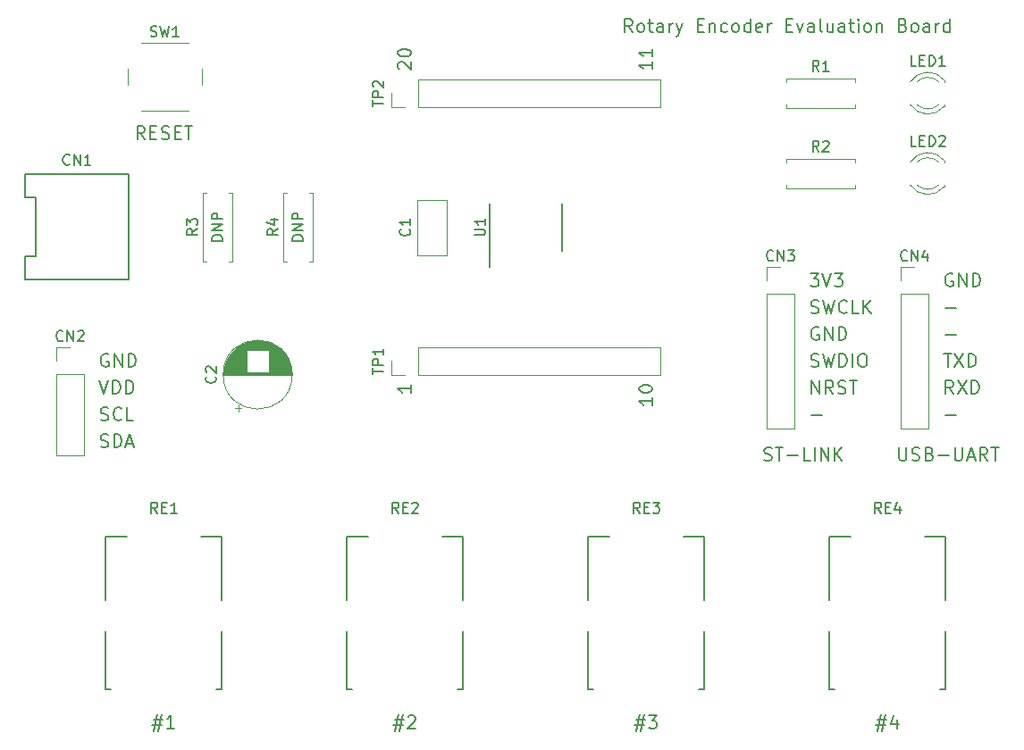
<source format=gto>
G04 #@! TF.GenerationSoftware,KiCad,Pcbnew,(5.0.2)-1*
G04 #@! TF.CreationDate,2022-01-15T23:06:10+09:00*
G04 #@! TF.ProjectId,Valve,56616c76-652e-46b6-9963-61645f706362,rev?*
G04 #@! TF.SameCoordinates,Original*
G04 #@! TF.FileFunction,Legend,Top*
G04 #@! TF.FilePolarity,Positive*
%FSLAX46Y46*%
G04 Gerber Fmt 4.6, Leading zero omitted, Abs format (unit mm)*
G04 Created by KiCad (PCBNEW (5.0.2)-1) date 2022/01/15 23:06:10*
%MOMM*%
%LPD*%
G01*
G04 APERTURE LIST*
%ADD10C,0.200000*%
%ADD11C,0.150000*%
%ADD12C,0.120000*%
%ADD13C,0.127000*%
G04 APERTURE END LIST*
D10*
X130742380Y-50095476D02*
X130325714Y-49500238D01*
X130028095Y-50095476D02*
X130028095Y-48845476D01*
X130504285Y-48845476D01*
X130623333Y-48905000D01*
X130682857Y-48964523D01*
X130742380Y-49083571D01*
X130742380Y-49262142D01*
X130682857Y-49381190D01*
X130623333Y-49440714D01*
X130504285Y-49500238D01*
X130028095Y-49500238D01*
X131456666Y-50095476D02*
X131337619Y-50035952D01*
X131278095Y-49976428D01*
X131218571Y-49857380D01*
X131218571Y-49500238D01*
X131278095Y-49381190D01*
X131337619Y-49321666D01*
X131456666Y-49262142D01*
X131635238Y-49262142D01*
X131754285Y-49321666D01*
X131813809Y-49381190D01*
X131873333Y-49500238D01*
X131873333Y-49857380D01*
X131813809Y-49976428D01*
X131754285Y-50035952D01*
X131635238Y-50095476D01*
X131456666Y-50095476D01*
X132230476Y-49262142D02*
X132706666Y-49262142D01*
X132409047Y-48845476D02*
X132409047Y-49916904D01*
X132468571Y-50035952D01*
X132587619Y-50095476D01*
X132706666Y-50095476D01*
X133659047Y-50095476D02*
X133659047Y-49440714D01*
X133599523Y-49321666D01*
X133480476Y-49262142D01*
X133242380Y-49262142D01*
X133123333Y-49321666D01*
X133659047Y-50035952D02*
X133539999Y-50095476D01*
X133242380Y-50095476D01*
X133123333Y-50035952D01*
X133063809Y-49916904D01*
X133063809Y-49797857D01*
X133123333Y-49678809D01*
X133242380Y-49619285D01*
X133539999Y-49619285D01*
X133659047Y-49559761D01*
X134254285Y-50095476D02*
X134254285Y-49262142D01*
X134254285Y-49500238D02*
X134313809Y-49381190D01*
X134373333Y-49321666D01*
X134492380Y-49262142D01*
X134611428Y-49262142D01*
X134909047Y-49262142D02*
X135206666Y-50095476D01*
X135504285Y-49262142D02*
X135206666Y-50095476D01*
X135087619Y-50393095D01*
X135028095Y-50452619D01*
X134909047Y-50512142D01*
X136932857Y-49440714D02*
X137349523Y-49440714D01*
X137528095Y-50095476D02*
X136932857Y-50095476D01*
X136932857Y-48845476D01*
X137528095Y-48845476D01*
X138063809Y-49262142D02*
X138063809Y-50095476D01*
X138063809Y-49381190D02*
X138123333Y-49321666D01*
X138242380Y-49262142D01*
X138420952Y-49262142D01*
X138540000Y-49321666D01*
X138599523Y-49440714D01*
X138599523Y-50095476D01*
X139730476Y-50035952D02*
X139611428Y-50095476D01*
X139373333Y-50095476D01*
X139254285Y-50035952D01*
X139194761Y-49976428D01*
X139135238Y-49857380D01*
X139135238Y-49500238D01*
X139194761Y-49381190D01*
X139254285Y-49321666D01*
X139373333Y-49262142D01*
X139611428Y-49262142D01*
X139730476Y-49321666D01*
X140444761Y-50095476D02*
X140325714Y-50035952D01*
X140266190Y-49976428D01*
X140206666Y-49857380D01*
X140206666Y-49500238D01*
X140266190Y-49381190D01*
X140325714Y-49321666D01*
X140444761Y-49262142D01*
X140623333Y-49262142D01*
X140742380Y-49321666D01*
X140801904Y-49381190D01*
X140861428Y-49500238D01*
X140861428Y-49857380D01*
X140801904Y-49976428D01*
X140742380Y-50035952D01*
X140623333Y-50095476D01*
X140444761Y-50095476D01*
X141932857Y-50095476D02*
X141932857Y-48845476D01*
X141932857Y-50035952D02*
X141813809Y-50095476D01*
X141575714Y-50095476D01*
X141456666Y-50035952D01*
X141397142Y-49976428D01*
X141337619Y-49857380D01*
X141337619Y-49500238D01*
X141397142Y-49381190D01*
X141456666Y-49321666D01*
X141575714Y-49262142D01*
X141813809Y-49262142D01*
X141932857Y-49321666D01*
X143004285Y-50035952D02*
X142885238Y-50095476D01*
X142647142Y-50095476D01*
X142528095Y-50035952D01*
X142468571Y-49916904D01*
X142468571Y-49440714D01*
X142528095Y-49321666D01*
X142647142Y-49262142D01*
X142885238Y-49262142D01*
X143004285Y-49321666D01*
X143063809Y-49440714D01*
X143063809Y-49559761D01*
X142468571Y-49678809D01*
X143599523Y-50095476D02*
X143599523Y-49262142D01*
X143599523Y-49500238D02*
X143659047Y-49381190D01*
X143718571Y-49321666D01*
X143837619Y-49262142D01*
X143956666Y-49262142D01*
X145325714Y-49440714D02*
X145742380Y-49440714D01*
X145920952Y-50095476D02*
X145325714Y-50095476D01*
X145325714Y-48845476D01*
X145920952Y-48845476D01*
X146337619Y-49262142D02*
X146635238Y-50095476D01*
X146932857Y-49262142D01*
X147944761Y-50095476D02*
X147944761Y-49440714D01*
X147885238Y-49321666D01*
X147766190Y-49262142D01*
X147528095Y-49262142D01*
X147409047Y-49321666D01*
X147944761Y-50035952D02*
X147825714Y-50095476D01*
X147528095Y-50095476D01*
X147409047Y-50035952D01*
X147349523Y-49916904D01*
X147349523Y-49797857D01*
X147409047Y-49678809D01*
X147528095Y-49619285D01*
X147825714Y-49619285D01*
X147944761Y-49559761D01*
X148718571Y-50095476D02*
X148599523Y-50035952D01*
X148540000Y-49916904D01*
X148540000Y-48845476D01*
X149730476Y-49262142D02*
X149730476Y-50095476D01*
X149194761Y-49262142D02*
X149194761Y-49916904D01*
X149254285Y-50035952D01*
X149373333Y-50095476D01*
X149551904Y-50095476D01*
X149670952Y-50035952D01*
X149730476Y-49976428D01*
X150861428Y-50095476D02*
X150861428Y-49440714D01*
X150801904Y-49321666D01*
X150682857Y-49262142D01*
X150444761Y-49262142D01*
X150325714Y-49321666D01*
X150861428Y-50035952D02*
X150742380Y-50095476D01*
X150444761Y-50095476D01*
X150325714Y-50035952D01*
X150266190Y-49916904D01*
X150266190Y-49797857D01*
X150325714Y-49678809D01*
X150444761Y-49619285D01*
X150742380Y-49619285D01*
X150861428Y-49559761D01*
X151278095Y-49262142D02*
X151754285Y-49262142D01*
X151456666Y-48845476D02*
X151456666Y-49916904D01*
X151516190Y-50035952D01*
X151635238Y-50095476D01*
X151754285Y-50095476D01*
X152170952Y-50095476D02*
X152170952Y-49262142D01*
X152170952Y-48845476D02*
X152111428Y-48905000D01*
X152170952Y-48964523D01*
X152230476Y-48905000D01*
X152170952Y-48845476D01*
X152170952Y-48964523D01*
X152944761Y-50095476D02*
X152825714Y-50035952D01*
X152766190Y-49976428D01*
X152706666Y-49857380D01*
X152706666Y-49500238D01*
X152766190Y-49381190D01*
X152825714Y-49321666D01*
X152944761Y-49262142D01*
X153123333Y-49262142D01*
X153242380Y-49321666D01*
X153301904Y-49381190D01*
X153361428Y-49500238D01*
X153361428Y-49857380D01*
X153301904Y-49976428D01*
X153242380Y-50035952D01*
X153123333Y-50095476D01*
X152944761Y-50095476D01*
X153897142Y-49262142D02*
X153897142Y-50095476D01*
X153897142Y-49381190D02*
X153956666Y-49321666D01*
X154075714Y-49262142D01*
X154254285Y-49262142D01*
X154373333Y-49321666D01*
X154432857Y-49440714D01*
X154432857Y-50095476D01*
X156397142Y-49440714D02*
X156575714Y-49500238D01*
X156635238Y-49559761D01*
X156694761Y-49678809D01*
X156694761Y-49857380D01*
X156635238Y-49976428D01*
X156575714Y-50035952D01*
X156456666Y-50095476D01*
X155980476Y-50095476D01*
X155980476Y-48845476D01*
X156397142Y-48845476D01*
X156516190Y-48905000D01*
X156575714Y-48964523D01*
X156635238Y-49083571D01*
X156635238Y-49202619D01*
X156575714Y-49321666D01*
X156516190Y-49381190D01*
X156397142Y-49440714D01*
X155980476Y-49440714D01*
X157409047Y-50095476D02*
X157289999Y-50035952D01*
X157230476Y-49976428D01*
X157170952Y-49857380D01*
X157170952Y-49500238D01*
X157230476Y-49381190D01*
X157289999Y-49321666D01*
X157409047Y-49262142D01*
X157587619Y-49262142D01*
X157706666Y-49321666D01*
X157766190Y-49381190D01*
X157825714Y-49500238D01*
X157825714Y-49857380D01*
X157766190Y-49976428D01*
X157706666Y-50035952D01*
X157587619Y-50095476D01*
X157409047Y-50095476D01*
X158897142Y-50095476D02*
X158897142Y-49440714D01*
X158837619Y-49321666D01*
X158718571Y-49262142D01*
X158480476Y-49262142D01*
X158361428Y-49321666D01*
X158897142Y-50035952D02*
X158778095Y-50095476D01*
X158480476Y-50095476D01*
X158361428Y-50035952D01*
X158301904Y-49916904D01*
X158301904Y-49797857D01*
X158361428Y-49678809D01*
X158480476Y-49619285D01*
X158778095Y-49619285D01*
X158897142Y-49559761D01*
X159492380Y-50095476D02*
X159492380Y-49262142D01*
X159492380Y-49500238D02*
X159551904Y-49381190D01*
X159611428Y-49321666D01*
X159730476Y-49262142D01*
X159849523Y-49262142D01*
X160801904Y-50095476D02*
X160801904Y-48845476D01*
X160801904Y-50035952D02*
X160682857Y-50095476D01*
X160444761Y-50095476D01*
X160325714Y-50035952D01*
X160266190Y-49976428D01*
X160206666Y-49857380D01*
X160206666Y-49500238D01*
X160266190Y-49381190D01*
X160325714Y-49321666D01*
X160444761Y-49262142D01*
X160682857Y-49262142D01*
X160801904Y-49321666D01*
D11*
X99512380Y-69865714D02*
X98512380Y-69865714D01*
X98512380Y-69627619D01*
X98560000Y-69484761D01*
X98655238Y-69389523D01*
X98750476Y-69341904D01*
X98940952Y-69294285D01*
X99083809Y-69294285D01*
X99274285Y-69341904D01*
X99369523Y-69389523D01*
X99464761Y-69484761D01*
X99512380Y-69627619D01*
X99512380Y-69865714D01*
X99512380Y-68865714D02*
X98512380Y-68865714D01*
X99512380Y-68294285D01*
X98512380Y-68294285D01*
X99512380Y-67818095D02*
X98512380Y-67818095D01*
X98512380Y-67437142D01*
X98560000Y-67341904D01*
X98607619Y-67294285D01*
X98702857Y-67246666D01*
X98845714Y-67246666D01*
X98940952Y-67294285D01*
X98988571Y-67341904D01*
X99036190Y-67437142D01*
X99036190Y-67818095D01*
X91892380Y-69865714D02*
X90892380Y-69865714D01*
X90892380Y-69627619D01*
X90940000Y-69484761D01*
X91035238Y-69389523D01*
X91130476Y-69341904D01*
X91320952Y-69294285D01*
X91463809Y-69294285D01*
X91654285Y-69341904D01*
X91749523Y-69389523D01*
X91844761Y-69484761D01*
X91892380Y-69627619D01*
X91892380Y-69865714D01*
X91892380Y-68865714D02*
X90892380Y-68865714D01*
X91892380Y-68294285D01*
X90892380Y-68294285D01*
X91892380Y-67818095D02*
X90892380Y-67818095D01*
X90892380Y-67437142D01*
X90940000Y-67341904D01*
X90987619Y-67294285D01*
X91082857Y-67246666D01*
X91225714Y-67246666D01*
X91320952Y-67294285D01*
X91368571Y-67341904D01*
X91416190Y-67437142D01*
X91416190Y-67818095D01*
D10*
X153957857Y-115302142D02*
X154850714Y-115302142D01*
X154315000Y-114766428D02*
X153957857Y-116373571D01*
X154731666Y-115837857D02*
X153838809Y-115837857D01*
X154374523Y-116373571D02*
X154731666Y-114766428D01*
X155803095Y-115302142D02*
X155803095Y-116135476D01*
X155505476Y-114825952D02*
X155207857Y-115718809D01*
X155981666Y-115718809D01*
X131097857Y-115302142D02*
X131990714Y-115302142D01*
X131455000Y-114766428D02*
X131097857Y-116373571D01*
X131871666Y-115837857D02*
X130978809Y-115837857D01*
X131514523Y-116373571D02*
X131871666Y-114766428D01*
X132288333Y-114885476D02*
X133062142Y-114885476D01*
X132645476Y-115361666D01*
X132824047Y-115361666D01*
X132943095Y-115421190D01*
X133002619Y-115480714D01*
X133062142Y-115599761D01*
X133062142Y-115897380D01*
X133002619Y-116016428D01*
X132943095Y-116075952D01*
X132824047Y-116135476D01*
X132466904Y-116135476D01*
X132347857Y-116075952D01*
X132288333Y-116016428D01*
X108237857Y-115302142D02*
X109130714Y-115302142D01*
X108595000Y-114766428D02*
X108237857Y-116373571D01*
X109011666Y-115837857D02*
X108118809Y-115837857D01*
X108654523Y-116373571D02*
X109011666Y-114766428D01*
X109487857Y-115004523D02*
X109547380Y-114945000D01*
X109666428Y-114885476D01*
X109964047Y-114885476D01*
X110083095Y-114945000D01*
X110142619Y-115004523D01*
X110202142Y-115123571D01*
X110202142Y-115242619D01*
X110142619Y-115421190D01*
X109428333Y-116135476D01*
X110202142Y-116135476D01*
X85377857Y-115302142D02*
X86270714Y-115302142D01*
X85735000Y-114766428D02*
X85377857Y-116373571D01*
X86151666Y-115837857D02*
X85258809Y-115837857D01*
X85794523Y-116373571D02*
X86151666Y-114766428D01*
X87342142Y-116135476D02*
X86627857Y-116135476D01*
X86985000Y-116135476D02*
X86985000Y-114885476D01*
X86865952Y-115064047D01*
X86746904Y-115183095D01*
X86627857Y-115242619D01*
X80378095Y-89405952D02*
X80556666Y-89465476D01*
X80854285Y-89465476D01*
X80973333Y-89405952D01*
X81032857Y-89346428D01*
X81092380Y-89227380D01*
X81092380Y-89108333D01*
X81032857Y-88989285D01*
X80973333Y-88929761D01*
X80854285Y-88870238D01*
X80616190Y-88810714D01*
X80497142Y-88751190D01*
X80437619Y-88691666D01*
X80378095Y-88572619D01*
X80378095Y-88453571D01*
X80437619Y-88334523D01*
X80497142Y-88275000D01*
X80616190Y-88215476D01*
X80913809Y-88215476D01*
X81092380Y-88275000D01*
X81628095Y-89465476D02*
X81628095Y-88215476D01*
X81925714Y-88215476D01*
X82104285Y-88275000D01*
X82223333Y-88394047D01*
X82282857Y-88513095D01*
X82342380Y-88751190D01*
X82342380Y-88929761D01*
X82282857Y-89167857D01*
X82223333Y-89286904D01*
X82104285Y-89405952D01*
X81925714Y-89465476D01*
X81628095Y-89465476D01*
X82818571Y-89108333D02*
X83413809Y-89108333D01*
X82699523Y-89465476D02*
X83116190Y-88215476D01*
X83532857Y-89465476D01*
X80378095Y-86865952D02*
X80556666Y-86925476D01*
X80854285Y-86925476D01*
X80973333Y-86865952D01*
X81032857Y-86806428D01*
X81092380Y-86687380D01*
X81092380Y-86568333D01*
X81032857Y-86449285D01*
X80973333Y-86389761D01*
X80854285Y-86330238D01*
X80616190Y-86270714D01*
X80497142Y-86211190D01*
X80437619Y-86151666D01*
X80378095Y-86032619D01*
X80378095Y-85913571D01*
X80437619Y-85794523D01*
X80497142Y-85735000D01*
X80616190Y-85675476D01*
X80913809Y-85675476D01*
X81092380Y-85735000D01*
X82342380Y-86806428D02*
X82282857Y-86865952D01*
X82104285Y-86925476D01*
X81985238Y-86925476D01*
X81806666Y-86865952D01*
X81687619Y-86746904D01*
X81628095Y-86627857D01*
X81568571Y-86389761D01*
X81568571Y-86211190D01*
X81628095Y-85973095D01*
X81687619Y-85854047D01*
X81806666Y-85735000D01*
X81985238Y-85675476D01*
X82104285Y-85675476D01*
X82282857Y-85735000D01*
X82342380Y-85794523D01*
X83473333Y-86925476D02*
X82878095Y-86925476D01*
X82878095Y-85675476D01*
X80259047Y-83135476D02*
X80675714Y-84385476D01*
X81092380Y-83135476D01*
X81509047Y-84385476D02*
X81509047Y-83135476D01*
X81806666Y-83135476D01*
X81985238Y-83195000D01*
X82104285Y-83314047D01*
X82163809Y-83433095D01*
X82223333Y-83671190D01*
X82223333Y-83849761D01*
X82163809Y-84087857D01*
X82104285Y-84206904D01*
X81985238Y-84325952D01*
X81806666Y-84385476D01*
X81509047Y-84385476D01*
X82759047Y-84385476D02*
X82759047Y-83135476D01*
X83056666Y-83135476D01*
X83235238Y-83195000D01*
X83354285Y-83314047D01*
X83413809Y-83433095D01*
X83473333Y-83671190D01*
X83473333Y-83849761D01*
X83413809Y-84087857D01*
X83354285Y-84206904D01*
X83235238Y-84325952D01*
X83056666Y-84385476D01*
X82759047Y-84385476D01*
X81092380Y-80655000D02*
X80973333Y-80595476D01*
X80794761Y-80595476D01*
X80616190Y-80655000D01*
X80497142Y-80774047D01*
X80437619Y-80893095D01*
X80378095Y-81131190D01*
X80378095Y-81309761D01*
X80437619Y-81547857D01*
X80497142Y-81666904D01*
X80616190Y-81785952D01*
X80794761Y-81845476D01*
X80913809Y-81845476D01*
X81092380Y-81785952D01*
X81151904Y-81726428D01*
X81151904Y-81309761D01*
X80913809Y-81309761D01*
X81687619Y-81845476D02*
X81687619Y-80595476D01*
X82401904Y-81845476D01*
X82401904Y-80595476D01*
X82997142Y-81845476D02*
X82997142Y-80595476D01*
X83294761Y-80595476D01*
X83473333Y-80655000D01*
X83592380Y-80774047D01*
X83651904Y-80893095D01*
X83711428Y-81131190D01*
X83711428Y-81309761D01*
X83651904Y-81547857D01*
X83592380Y-81666904D01*
X83473333Y-81785952D01*
X83294761Y-81845476D01*
X82997142Y-81845476D01*
X84544523Y-60255476D02*
X84127857Y-59660238D01*
X83830238Y-60255476D02*
X83830238Y-59005476D01*
X84306428Y-59005476D01*
X84425476Y-59065000D01*
X84485000Y-59124523D01*
X84544523Y-59243571D01*
X84544523Y-59422142D01*
X84485000Y-59541190D01*
X84425476Y-59600714D01*
X84306428Y-59660238D01*
X83830238Y-59660238D01*
X85080238Y-59600714D02*
X85496904Y-59600714D01*
X85675476Y-60255476D02*
X85080238Y-60255476D01*
X85080238Y-59005476D01*
X85675476Y-59005476D01*
X86151666Y-60195952D02*
X86330238Y-60255476D01*
X86627857Y-60255476D01*
X86746904Y-60195952D01*
X86806428Y-60136428D01*
X86865952Y-60017380D01*
X86865952Y-59898333D01*
X86806428Y-59779285D01*
X86746904Y-59719761D01*
X86627857Y-59660238D01*
X86389761Y-59600714D01*
X86270714Y-59541190D01*
X86211190Y-59481666D01*
X86151666Y-59362619D01*
X86151666Y-59243571D01*
X86211190Y-59124523D01*
X86270714Y-59065000D01*
X86389761Y-59005476D01*
X86687380Y-59005476D01*
X86865952Y-59065000D01*
X87401666Y-59600714D02*
X87818333Y-59600714D01*
X87996904Y-60255476D02*
X87401666Y-60255476D01*
X87401666Y-59005476D01*
X87996904Y-59005476D01*
X88354047Y-59005476D02*
X89068333Y-59005476D01*
X88711190Y-60255476D02*
X88711190Y-59005476D01*
X156002619Y-89485476D02*
X156002619Y-90497380D01*
X156062142Y-90616428D01*
X156121666Y-90675952D01*
X156240714Y-90735476D01*
X156478809Y-90735476D01*
X156597857Y-90675952D01*
X156657380Y-90616428D01*
X156716904Y-90497380D01*
X156716904Y-89485476D01*
X157252619Y-90675952D02*
X157431190Y-90735476D01*
X157728809Y-90735476D01*
X157847857Y-90675952D01*
X157907380Y-90616428D01*
X157966904Y-90497380D01*
X157966904Y-90378333D01*
X157907380Y-90259285D01*
X157847857Y-90199761D01*
X157728809Y-90140238D01*
X157490714Y-90080714D01*
X157371666Y-90021190D01*
X157312142Y-89961666D01*
X157252619Y-89842619D01*
X157252619Y-89723571D01*
X157312142Y-89604523D01*
X157371666Y-89545000D01*
X157490714Y-89485476D01*
X157788333Y-89485476D01*
X157966904Y-89545000D01*
X158919285Y-90080714D02*
X159097857Y-90140238D01*
X159157380Y-90199761D01*
X159216904Y-90318809D01*
X159216904Y-90497380D01*
X159157380Y-90616428D01*
X159097857Y-90675952D01*
X158978809Y-90735476D01*
X158502619Y-90735476D01*
X158502619Y-89485476D01*
X158919285Y-89485476D01*
X159038333Y-89545000D01*
X159097857Y-89604523D01*
X159157380Y-89723571D01*
X159157380Y-89842619D01*
X159097857Y-89961666D01*
X159038333Y-90021190D01*
X158919285Y-90080714D01*
X158502619Y-90080714D01*
X159752619Y-90259285D02*
X160705000Y-90259285D01*
X161300238Y-89485476D02*
X161300238Y-90497380D01*
X161359761Y-90616428D01*
X161419285Y-90675952D01*
X161538333Y-90735476D01*
X161776428Y-90735476D01*
X161895476Y-90675952D01*
X161955000Y-90616428D01*
X162014523Y-90497380D01*
X162014523Y-89485476D01*
X162550238Y-90378333D02*
X163145476Y-90378333D01*
X162431190Y-90735476D02*
X162847857Y-89485476D01*
X163264523Y-90735476D01*
X164395476Y-90735476D02*
X163978809Y-90140238D01*
X163681190Y-90735476D02*
X163681190Y-89485476D01*
X164157380Y-89485476D01*
X164276428Y-89545000D01*
X164335952Y-89604523D01*
X164395476Y-89723571D01*
X164395476Y-89902142D01*
X164335952Y-90021190D01*
X164276428Y-90080714D01*
X164157380Y-90140238D01*
X163681190Y-90140238D01*
X164752619Y-89485476D02*
X165466904Y-89485476D01*
X165109761Y-90735476D02*
X165109761Y-89485476D01*
X143243095Y-90675952D02*
X143421666Y-90735476D01*
X143719285Y-90735476D01*
X143838333Y-90675952D01*
X143897857Y-90616428D01*
X143957380Y-90497380D01*
X143957380Y-90378333D01*
X143897857Y-90259285D01*
X143838333Y-90199761D01*
X143719285Y-90140238D01*
X143481190Y-90080714D01*
X143362142Y-90021190D01*
X143302619Y-89961666D01*
X143243095Y-89842619D01*
X143243095Y-89723571D01*
X143302619Y-89604523D01*
X143362142Y-89545000D01*
X143481190Y-89485476D01*
X143778809Y-89485476D01*
X143957380Y-89545000D01*
X144314523Y-89485476D02*
X145028809Y-89485476D01*
X144671666Y-90735476D02*
X144671666Y-89485476D01*
X145445476Y-90259285D02*
X146397857Y-90259285D01*
X147588333Y-90735476D02*
X146993095Y-90735476D01*
X146993095Y-89485476D01*
X148005000Y-90735476D02*
X148005000Y-89485476D01*
X148600238Y-90735476D02*
X148600238Y-89485476D01*
X149314523Y-90735476D01*
X149314523Y-89485476D01*
X149909761Y-90735476D02*
X149909761Y-89485476D01*
X150624047Y-90735476D02*
X150088333Y-90021190D01*
X150624047Y-89485476D02*
X149909761Y-90199761D01*
X160447619Y-76289285D02*
X161400000Y-76289285D01*
X160447619Y-78829285D02*
X161400000Y-78829285D01*
X160447619Y-86449285D02*
X161400000Y-86449285D01*
X147747619Y-86449285D02*
X148700000Y-86449285D01*
X161161904Y-84385476D02*
X160745238Y-83790238D01*
X160447619Y-84385476D02*
X160447619Y-83135476D01*
X160923809Y-83135476D01*
X161042857Y-83195000D01*
X161102380Y-83254523D01*
X161161904Y-83373571D01*
X161161904Y-83552142D01*
X161102380Y-83671190D01*
X161042857Y-83730714D01*
X160923809Y-83790238D01*
X160447619Y-83790238D01*
X161578571Y-83135476D02*
X162411904Y-84385476D01*
X162411904Y-83135476D02*
X161578571Y-84385476D01*
X162888095Y-84385476D02*
X162888095Y-83135476D01*
X163185714Y-83135476D01*
X163364285Y-83195000D01*
X163483333Y-83314047D01*
X163542857Y-83433095D01*
X163602380Y-83671190D01*
X163602380Y-83849761D01*
X163542857Y-84087857D01*
X163483333Y-84206904D01*
X163364285Y-84325952D01*
X163185714Y-84385476D01*
X162888095Y-84385476D01*
X160269047Y-80595476D02*
X160983333Y-80595476D01*
X160626190Y-81845476D02*
X160626190Y-80595476D01*
X161280952Y-80595476D02*
X162114285Y-81845476D01*
X162114285Y-80595476D02*
X161280952Y-81845476D01*
X162590476Y-81845476D02*
X162590476Y-80595476D01*
X162888095Y-80595476D01*
X163066666Y-80655000D01*
X163185714Y-80774047D01*
X163245238Y-80893095D01*
X163304761Y-81131190D01*
X163304761Y-81309761D01*
X163245238Y-81547857D01*
X163185714Y-81666904D01*
X163066666Y-81785952D01*
X162888095Y-81845476D01*
X162590476Y-81845476D01*
X161102380Y-73035000D02*
X160983333Y-72975476D01*
X160804761Y-72975476D01*
X160626190Y-73035000D01*
X160507142Y-73154047D01*
X160447619Y-73273095D01*
X160388095Y-73511190D01*
X160388095Y-73689761D01*
X160447619Y-73927857D01*
X160507142Y-74046904D01*
X160626190Y-74165952D01*
X160804761Y-74225476D01*
X160923809Y-74225476D01*
X161102380Y-74165952D01*
X161161904Y-74106428D01*
X161161904Y-73689761D01*
X160923809Y-73689761D01*
X161697619Y-74225476D02*
X161697619Y-72975476D01*
X162411904Y-74225476D01*
X162411904Y-72975476D01*
X163007142Y-74225476D02*
X163007142Y-72975476D01*
X163304761Y-72975476D01*
X163483333Y-73035000D01*
X163602380Y-73154047D01*
X163661904Y-73273095D01*
X163721428Y-73511190D01*
X163721428Y-73689761D01*
X163661904Y-73927857D01*
X163602380Y-74046904D01*
X163483333Y-74165952D01*
X163304761Y-74225476D01*
X163007142Y-74225476D01*
X147747619Y-84385476D02*
X147747619Y-83135476D01*
X148461904Y-84385476D01*
X148461904Y-83135476D01*
X149771428Y-84385476D02*
X149354761Y-83790238D01*
X149057142Y-84385476D02*
X149057142Y-83135476D01*
X149533333Y-83135476D01*
X149652380Y-83195000D01*
X149711904Y-83254523D01*
X149771428Y-83373571D01*
X149771428Y-83552142D01*
X149711904Y-83671190D01*
X149652380Y-83730714D01*
X149533333Y-83790238D01*
X149057142Y-83790238D01*
X150247619Y-84325952D02*
X150426190Y-84385476D01*
X150723809Y-84385476D01*
X150842857Y-84325952D01*
X150902380Y-84266428D01*
X150961904Y-84147380D01*
X150961904Y-84028333D01*
X150902380Y-83909285D01*
X150842857Y-83849761D01*
X150723809Y-83790238D01*
X150485714Y-83730714D01*
X150366666Y-83671190D01*
X150307142Y-83611666D01*
X150247619Y-83492619D01*
X150247619Y-83373571D01*
X150307142Y-83254523D01*
X150366666Y-83195000D01*
X150485714Y-83135476D01*
X150783333Y-83135476D01*
X150961904Y-83195000D01*
X151319047Y-83135476D02*
X152033333Y-83135476D01*
X151676190Y-84385476D02*
X151676190Y-83135476D01*
X147688095Y-81785952D02*
X147866666Y-81845476D01*
X148164285Y-81845476D01*
X148283333Y-81785952D01*
X148342857Y-81726428D01*
X148402380Y-81607380D01*
X148402380Y-81488333D01*
X148342857Y-81369285D01*
X148283333Y-81309761D01*
X148164285Y-81250238D01*
X147926190Y-81190714D01*
X147807142Y-81131190D01*
X147747619Y-81071666D01*
X147688095Y-80952619D01*
X147688095Y-80833571D01*
X147747619Y-80714523D01*
X147807142Y-80655000D01*
X147926190Y-80595476D01*
X148223809Y-80595476D01*
X148402380Y-80655000D01*
X148819047Y-80595476D02*
X149116666Y-81845476D01*
X149354761Y-80952619D01*
X149592857Y-81845476D01*
X149890476Y-80595476D01*
X150366666Y-81845476D02*
X150366666Y-80595476D01*
X150664285Y-80595476D01*
X150842857Y-80655000D01*
X150961904Y-80774047D01*
X151021428Y-80893095D01*
X151080952Y-81131190D01*
X151080952Y-81309761D01*
X151021428Y-81547857D01*
X150961904Y-81666904D01*
X150842857Y-81785952D01*
X150664285Y-81845476D01*
X150366666Y-81845476D01*
X151616666Y-81845476D02*
X151616666Y-80595476D01*
X152450000Y-80595476D02*
X152688095Y-80595476D01*
X152807142Y-80655000D01*
X152926190Y-80774047D01*
X152985714Y-81012142D01*
X152985714Y-81428809D01*
X152926190Y-81666904D01*
X152807142Y-81785952D01*
X152688095Y-81845476D01*
X152450000Y-81845476D01*
X152330952Y-81785952D01*
X152211904Y-81666904D01*
X152152380Y-81428809D01*
X152152380Y-81012142D01*
X152211904Y-80774047D01*
X152330952Y-80655000D01*
X152450000Y-80595476D01*
X147628571Y-72975476D02*
X148402380Y-72975476D01*
X147985714Y-73451666D01*
X148164285Y-73451666D01*
X148283333Y-73511190D01*
X148342857Y-73570714D01*
X148402380Y-73689761D01*
X148402380Y-73987380D01*
X148342857Y-74106428D01*
X148283333Y-74165952D01*
X148164285Y-74225476D01*
X147807142Y-74225476D01*
X147688095Y-74165952D01*
X147628571Y-74106428D01*
X148759523Y-72975476D02*
X149176190Y-74225476D01*
X149592857Y-72975476D01*
X149890476Y-72975476D02*
X150664285Y-72975476D01*
X150247619Y-73451666D01*
X150426190Y-73451666D01*
X150545238Y-73511190D01*
X150604761Y-73570714D01*
X150664285Y-73689761D01*
X150664285Y-73987380D01*
X150604761Y-74106428D01*
X150545238Y-74165952D01*
X150426190Y-74225476D01*
X150069047Y-74225476D01*
X149950000Y-74165952D01*
X149890476Y-74106428D01*
X147688095Y-76705952D02*
X147866666Y-76765476D01*
X148164285Y-76765476D01*
X148283333Y-76705952D01*
X148342857Y-76646428D01*
X148402380Y-76527380D01*
X148402380Y-76408333D01*
X148342857Y-76289285D01*
X148283333Y-76229761D01*
X148164285Y-76170238D01*
X147926190Y-76110714D01*
X147807142Y-76051190D01*
X147747619Y-75991666D01*
X147688095Y-75872619D01*
X147688095Y-75753571D01*
X147747619Y-75634523D01*
X147807142Y-75575000D01*
X147926190Y-75515476D01*
X148223809Y-75515476D01*
X148402380Y-75575000D01*
X148819047Y-75515476D02*
X149116666Y-76765476D01*
X149354761Y-75872619D01*
X149592857Y-76765476D01*
X149890476Y-75515476D01*
X151080952Y-76646428D02*
X151021428Y-76705952D01*
X150842857Y-76765476D01*
X150723809Y-76765476D01*
X150545238Y-76705952D01*
X150426190Y-76586904D01*
X150366666Y-76467857D01*
X150307142Y-76229761D01*
X150307142Y-76051190D01*
X150366666Y-75813095D01*
X150426190Y-75694047D01*
X150545238Y-75575000D01*
X150723809Y-75515476D01*
X150842857Y-75515476D01*
X151021428Y-75575000D01*
X151080952Y-75634523D01*
X152211904Y-76765476D02*
X151616666Y-76765476D01*
X151616666Y-75515476D01*
X152628571Y-76765476D02*
X152628571Y-75515476D01*
X153342857Y-76765476D02*
X152807142Y-76051190D01*
X153342857Y-75515476D02*
X152628571Y-76229761D01*
X148402380Y-78115000D02*
X148283333Y-78055476D01*
X148104761Y-78055476D01*
X147926190Y-78115000D01*
X147807142Y-78234047D01*
X147747619Y-78353095D01*
X147688095Y-78591190D01*
X147688095Y-78769761D01*
X147747619Y-79007857D01*
X147807142Y-79126904D01*
X147926190Y-79245952D01*
X148104761Y-79305476D01*
X148223809Y-79305476D01*
X148402380Y-79245952D01*
X148461904Y-79186428D01*
X148461904Y-78769761D01*
X148223809Y-78769761D01*
X148997619Y-79305476D02*
X148997619Y-78055476D01*
X149711904Y-79305476D01*
X149711904Y-78055476D01*
X150307142Y-79305476D02*
X150307142Y-78055476D01*
X150604761Y-78055476D01*
X150783333Y-78115000D01*
X150902380Y-78234047D01*
X150961904Y-78353095D01*
X151021428Y-78591190D01*
X151021428Y-78769761D01*
X150961904Y-79007857D01*
X150902380Y-79126904D01*
X150783333Y-79245952D01*
X150604761Y-79305476D01*
X150307142Y-79305476D01*
X108654523Y-53606904D02*
X108595000Y-53547380D01*
X108535476Y-53428333D01*
X108535476Y-53130714D01*
X108595000Y-53011666D01*
X108654523Y-52952142D01*
X108773571Y-52892619D01*
X108892619Y-52892619D01*
X109071190Y-52952142D01*
X109785476Y-53666428D01*
X109785476Y-52892619D01*
X108535476Y-52118809D02*
X108535476Y-51999761D01*
X108595000Y-51880714D01*
X108654523Y-51821190D01*
X108773571Y-51761666D01*
X109011666Y-51702142D01*
X109309285Y-51702142D01*
X109547380Y-51761666D01*
X109666428Y-51821190D01*
X109725952Y-51880714D01*
X109785476Y-51999761D01*
X109785476Y-52118809D01*
X109725952Y-52237857D01*
X109666428Y-52297380D01*
X109547380Y-52356904D01*
X109309285Y-52416428D01*
X109011666Y-52416428D01*
X108773571Y-52356904D01*
X108654523Y-52297380D01*
X108595000Y-52237857D01*
X108535476Y-52118809D01*
X132645476Y-52892619D02*
X132645476Y-53606904D01*
X132645476Y-53249761D02*
X131395476Y-53249761D01*
X131574047Y-53368809D01*
X131693095Y-53487857D01*
X131752619Y-53606904D01*
X132645476Y-51702142D02*
X132645476Y-52416428D01*
X132645476Y-52059285D02*
X131395476Y-52059285D01*
X131574047Y-52178333D01*
X131693095Y-52297380D01*
X131752619Y-52416428D01*
X132645476Y-84743571D02*
X132645476Y-85457857D01*
X132645476Y-85100714D02*
X131395476Y-85100714D01*
X131574047Y-85219761D01*
X131693095Y-85338809D01*
X131752619Y-85457857D01*
X131395476Y-83969761D02*
X131395476Y-83850714D01*
X131455000Y-83731666D01*
X131514523Y-83672142D01*
X131633571Y-83612619D01*
X131871666Y-83553095D01*
X132169285Y-83553095D01*
X132407380Y-83612619D01*
X132526428Y-83672142D01*
X132585952Y-83731666D01*
X132645476Y-83850714D01*
X132645476Y-83969761D01*
X132585952Y-84088809D01*
X132526428Y-84148333D01*
X132407380Y-84207857D01*
X132169285Y-84267380D01*
X131871666Y-84267380D01*
X131633571Y-84207857D01*
X131514523Y-84148333D01*
X131455000Y-84088809D01*
X131395476Y-83969761D01*
X109785476Y-83553095D02*
X109785476Y-84267380D01*
X109785476Y-83910238D02*
X108535476Y-83910238D01*
X108714047Y-84029285D01*
X108833095Y-84148333D01*
X108892619Y-84267380D01*
D12*
G04 #@! TO.C,C1*
X110390000Y-71220000D02*
X110390000Y-65980000D01*
X113130000Y-71220000D02*
X113130000Y-65980000D01*
X110390000Y-71220000D02*
X113130000Y-71220000D01*
X110390000Y-65980000D02*
X113130000Y-65980000D01*
D13*
G04 #@! TO.C,CN1*
X80606900Y-73578720D02*
X82603340Y-73578720D01*
X73205000Y-73580000D02*
X83005000Y-73580000D01*
X73205000Y-63580000D02*
X83005000Y-63580000D01*
X83005000Y-63580000D02*
X83005000Y-73580000D01*
X73205000Y-65780920D02*
X73205000Y-63580000D01*
X74206100Y-65780920D02*
X73205000Y-65780920D01*
X74205000Y-71379080D02*
X74205000Y-65780920D01*
X73205000Y-71380000D02*
X74206100Y-71380000D01*
X73205000Y-73580920D02*
X73205000Y-71380000D01*
D11*
G04 #@! TO.C,RE1*
X91860000Y-106910000D02*
X91860000Y-112410000D01*
X91860000Y-112410000D02*
X91360000Y-112410000D01*
X89860000Y-97910000D02*
X91860000Y-97910000D01*
X91860000Y-97910000D02*
X91860000Y-103910000D01*
X80860000Y-103910000D02*
X80860000Y-97910000D01*
X80860000Y-97910000D02*
X82860000Y-97910000D01*
X81360000Y-112410000D02*
X80860000Y-112410000D01*
X80860000Y-112410000D02*
X80860000Y-106910000D01*
G04 #@! TO.C,RE2*
X103720000Y-112410000D02*
X103720000Y-106910000D01*
X104220000Y-112410000D02*
X103720000Y-112410000D01*
X103720000Y-97910000D02*
X105720000Y-97910000D01*
X103720000Y-103910000D02*
X103720000Y-97910000D01*
X114720000Y-97910000D02*
X114720000Y-103910000D01*
X112720000Y-97910000D02*
X114720000Y-97910000D01*
X114720000Y-112410000D02*
X114220000Y-112410000D01*
X114720000Y-106910000D02*
X114720000Y-112410000D01*
G04 #@! TO.C,RE3*
X137580000Y-106910000D02*
X137580000Y-112410000D01*
X137580000Y-112410000D02*
X137080000Y-112410000D01*
X135580000Y-97910000D02*
X137580000Y-97910000D01*
X137580000Y-97910000D02*
X137580000Y-103910000D01*
X126580000Y-103910000D02*
X126580000Y-97910000D01*
X126580000Y-97910000D02*
X128580000Y-97910000D01*
X127080000Y-112410000D02*
X126580000Y-112410000D01*
X126580000Y-112410000D02*
X126580000Y-106910000D01*
G04 #@! TO.C,RE4*
X149440000Y-112410000D02*
X149440000Y-106910000D01*
X149940000Y-112410000D02*
X149440000Y-112410000D01*
X149440000Y-97910000D02*
X151440000Y-97910000D01*
X149440000Y-103910000D02*
X149440000Y-97910000D01*
X160440000Y-97910000D02*
X160440000Y-103910000D01*
X158440000Y-97910000D02*
X160440000Y-97910000D01*
X160440000Y-112410000D02*
X159940000Y-112410000D01*
X160440000Y-106910000D02*
X160440000Y-112410000D01*
D12*
G04 #@! TO.C,SW1*
X84185000Y-57570000D02*
X88685000Y-57570000D01*
X82935000Y-53570000D02*
X82935000Y-55070000D01*
X88685000Y-51070000D02*
X84185000Y-51070000D01*
X89935000Y-55070000D02*
X89935000Y-53570000D01*
G04 #@! TO.C,TP1*
X133410000Y-82610000D02*
X133410000Y-79950000D01*
X110490000Y-82610000D02*
X133410000Y-82610000D01*
X110490000Y-79950000D02*
X133410000Y-79950000D01*
X110490000Y-82610000D02*
X110490000Y-79950000D01*
X109220000Y-82610000D02*
X107890000Y-82610000D01*
X107890000Y-82610000D02*
X107890000Y-81280000D01*
G04 #@! TO.C,TP2*
X133410000Y-57210000D02*
X133410000Y-54550000D01*
X110490000Y-57210000D02*
X133410000Y-57210000D01*
X110490000Y-54550000D02*
X133410000Y-54550000D01*
X110490000Y-57210000D02*
X110490000Y-54550000D01*
X109220000Y-57210000D02*
X107890000Y-57210000D01*
X107890000Y-57210000D02*
X107890000Y-55880000D01*
D11*
G04 #@! TO.C,U1*
X117200000Y-72330000D02*
X117200000Y-66355000D01*
X124100000Y-70805000D02*
X124100000Y-66355000D01*
D12*
G04 #@! TO.C,LED1*
X157077665Y-56958608D02*
G75*
G03X160310000Y-57115516I1672335J1078608D01*
G01*
X157077665Y-54801392D02*
G75*
G02X160310000Y-54644484I1672335J-1078608D01*
G01*
X157708870Y-56959837D02*
G75*
G03X159790961Y-56960000I1041130J1079837D01*
G01*
X157708870Y-54800163D02*
G75*
G02X159790961Y-54800000I1041130J-1079837D01*
G01*
X160310000Y-57116000D02*
X160310000Y-56960000D01*
X160310000Y-54800000D02*
X160310000Y-54644000D01*
G04 #@! TO.C,LED2*
X160310000Y-62420000D02*
X160310000Y-62264000D01*
X160310000Y-64736000D02*
X160310000Y-64580000D01*
X157708870Y-62420163D02*
G75*
G02X159790961Y-62420000I1041130J-1079837D01*
G01*
X157708870Y-64579837D02*
G75*
G03X159790961Y-64580000I1041130J1079837D01*
G01*
X157077665Y-62421392D02*
G75*
G02X160310000Y-62264484I1672335J-1078608D01*
G01*
X157077665Y-64578608D02*
G75*
G03X160310000Y-64735516I1672335J1078608D01*
G01*
G04 #@! TO.C,R1*
X145320000Y-54510000D02*
X145320000Y-54840000D01*
X151860000Y-54510000D02*
X145320000Y-54510000D01*
X151860000Y-54840000D02*
X151860000Y-54510000D01*
X145320000Y-57250000D02*
X145320000Y-56920000D01*
X151860000Y-57250000D02*
X145320000Y-57250000D01*
X151860000Y-56920000D02*
X151860000Y-57250000D01*
G04 #@! TO.C,R2*
X151860000Y-64540000D02*
X151860000Y-64870000D01*
X151860000Y-64870000D02*
X145320000Y-64870000D01*
X145320000Y-64870000D02*
X145320000Y-64540000D01*
X151860000Y-62460000D02*
X151860000Y-62130000D01*
X151860000Y-62130000D02*
X145320000Y-62130000D01*
X145320000Y-62130000D02*
X145320000Y-62460000D01*
G04 #@! TO.C,CN4*
X156150000Y-87690000D02*
X158810000Y-87690000D01*
X156150000Y-74930000D02*
X156150000Y-87690000D01*
X158810000Y-74930000D02*
X158810000Y-87690000D01*
X156150000Y-74930000D02*
X158810000Y-74930000D01*
X156150000Y-73660000D02*
X156150000Y-72330000D01*
X156150000Y-72330000D02*
X157480000Y-72330000D01*
G04 #@! TO.C,R3*
X92810000Y-65310000D02*
X92480000Y-65310000D01*
X92810000Y-71850000D02*
X92810000Y-65310000D01*
X92480000Y-71850000D02*
X92810000Y-71850000D01*
X90070000Y-65310000D02*
X90400000Y-65310000D01*
X90070000Y-71850000D02*
X90070000Y-65310000D01*
X90400000Y-71850000D02*
X90070000Y-71850000D01*
G04 #@! TO.C,R4*
X98020000Y-71850000D02*
X97690000Y-71850000D01*
X97690000Y-71850000D02*
X97690000Y-65310000D01*
X97690000Y-65310000D02*
X98020000Y-65310000D01*
X100100000Y-71850000D02*
X100430000Y-71850000D01*
X100430000Y-71850000D02*
X100430000Y-65310000D01*
X100430000Y-65310000D02*
X100100000Y-65310000D01*
G04 #@! TO.C,CN2*
X76140000Y-79950000D02*
X77470000Y-79950000D01*
X76140000Y-81280000D02*
X76140000Y-79950000D01*
X76140000Y-82550000D02*
X78800000Y-82550000D01*
X78800000Y-82550000D02*
X78800000Y-90230000D01*
X76140000Y-82550000D02*
X76140000Y-90230000D01*
X76140000Y-90230000D02*
X78800000Y-90230000D01*
G04 #@! TO.C,CN3*
X143450000Y-87690000D02*
X146110000Y-87690000D01*
X143450000Y-74930000D02*
X143450000Y-87690000D01*
X146110000Y-74930000D02*
X146110000Y-87690000D01*
X143450000Y-74930000D02*
X146110000Y-74930000D01*
X143450000Y-73660000D02*
X143450000Y-72330000D01*
X143450000Y-72330000D02*
X144780000Y-72330000D01*
G04 #@! TO.C,C2*
X98520000Y-82570000D02*
G75*
G03X98520000Y-82570000I-3270000J0D01*
G01*
X92020000Y-82570000D02*
X98480000Y-82570000D01*
X92020000Y-82530000D02*
X98480000Y-82530000D01*
X92020000Y-82490000D02*
X98480000Y-82490000D01*
X92022000Y-82450000D02*
X98478000Y-82450000D01*
X92023000Y-82410000D02*
X98477000Y-82410000D01*
X92026000Y-82370000D02*
X98474000Y-82370000D01*
X92028000Y-82330000D02*
X94210000Y-82330000D01*
X96290000Y-82330000D02*
X98472000Y-82330000D01*
X92032000Y-82290000D02*
X94210000Y-82290000D01*
X96290000Y-82290000D02*
X98468000Y-82290000D01*
X92035000Y-82250000D02*
X94210000Y-82250000D01*
X96290000Y-82250000D02*
X98465000Y-82250000D01*
X92039000Y-82210000D02*
X94210000Y-82210000D01*
X96290000Y-82210000D02*
X98461000Y-82210000D01*
X92044000Y-82170000D02*
X94210000Y-82170000D01*
X96290000Y-82170000D02*
X98456000Y-82170000D01*
X92049000Y-82130000D02*
X94210000Y-82130000D01*
X96290000Y-82130000D02*
X98451000Y-82130000D01*
X92055000Y-82090000D02*
X94210000Y-82090000D01*
X96290000Y-82090000D02*
X98445000Y-82090000D01*
X92061000Y-82050000D02*
X94210000Y-82050000D01*
X96290000Y-82050000D02*
X98439000Y-82050000D01*
X92068000Y-82010000D02*
X94210000Y-82010000D01*
X96290000Y-82010000D02*
X98432000Y-82010000D01*
X92075000Y-81970000D02*
X94210000Y-81970000D01*
X96290000Y-81970000D02*
X98425000Y-81970000D01*
X92083000Y-81930000D02*
X94210000Y-81930000D01*
X96290000Y-81930000D02*
X98417000Y-81930000D01*
X92091000Y-81890000D02*
X94210000Y-81890000D01*
X96290000Y-81890000D02*
X98409000Y-81890000D01*
X92100000Y-81849000D02*
X94210000Y-81849000D01*
X96290000Y-81849000D02*
X98400000Y-81849000D01*
X92109000Y-81809000D02*
X94210000Y-81809000D01*
X96290000Y-81809000D02*
X98391000Y-81809000D01*
X92119000Y-81769000D02*
X94210000Y-81769000D01*
X96290000Y-81769000D02*
X98381000Y-81769000D01*
X92129000Y-81729000D02*
X94210000Y-81729000D01*
X96290000Y-81729000D02*
X98371000Y-81729000D01*
X92140000Y-81689000D02*
X94210000Y-81689000D01*
X96290000Y-81689000D02*
X98360000Y-81689000D01*
X92152000Y-81649000D02*
X94210000Y-81649000D01*
X96290000Y-81649000D02*
X98348000Y-81649000D01*
X92164000Y-81609000D02*
X94210000Y-81609000D01*
X96290000Y-81609000D02*
X98336000Y-81609000D01*
X92176000Y-81569000D02*
X94210000Y-81569000D01*
X96290000Y-81569000D02*
X98324000Y-81569000D01*
X92189000Y-81529000D02*
X94210000Y-81529000D01*
X96290000Y-81529000D02*
X98311000Y-81529000D01*
X92203000Y-81489000D02*
X94210000Y-81489000D01*
X96290000Y-81489000D02*
X98297000Y-81489000D01*
X92217000Y-81449000D02*
X94210000Y-81449000D01*
X96290000Y-81449000D02*
X98283000Y-81449000D01*
X92232000Y-81409000D02*
X94210000Y-81409000D01*
X96290000Y-81409000D02*
X98268000Y-81409000D01*
X92248000Y-81369000D02*
X94210000Y-81369000D01*
X96290000Y-81369000D02*
X98252000Y-81369000D01*
X92264000Y-81329000D02*
X94210000Y-81329000D01*
X96290000Y-81329000D02*
X98236000Y-81329000D01*
X92280000Y-81289000D02*
X94210000Y-81289000D01*
X96290000Y-81289000D02*
X98220000Y-81289000D01*
X92298000Y-81249000D02*
X94210000Y-81249000D01*
X96290000Y-81249000D02*
X98202000Y-81249000D01*
X92316000Y-81209000D02*
X94210000Y-81209000D01*
X96290000Y-81209000D02*
X98184000Y-81209000D01*
X92334000Y-81169000D02*
X94210000Y-81169000D01*
X96290000Y-81169000D02*
X98166000Y-81169000D01*
X92354000Y-81129000D02*
X94210000Y-81129000D01*
X96290000Y-81129000D02*
X98146000Y-81129000D01*
X92374000Y-81089000D02*
X94210000Y-81089000D01*
X96290000Y-81089000D02*
X98126000Y-81089000D01*
X92394000Y-81049000D02*
X94210000Y-81049000D01*
X96290000Y-81049000D02*
X98106000Y-81049000D01*
X92416000Y-81009000D02*
X94210000Y-81009000D01*
X96290000Y-81009000D02*
X98084000Y-81009000D01*
X92438000Y-80969000D02*
X94210000Y-80969000D01*
X96290000Y-80969000D02*
X98062000Y-80969000D01*
X92460000Y-80929000D02*
X94210000Y-80929000D01*
X96290000Y-80929000D02*
X98040000Y-80929000D01*
X92484000Y-80889000D02*
X94210000Y-80889000D01*
X96290000Y-80889000D02*
X98016000Y-80889000D01*
X92508000Y-80849000D02*
X94210000Y-80849000D01*
X96290000Y-80849000D02*
X97992000Y-80849000D01*
X92534000Y-80809000D02*
X94210000Y-80809000D01*
X96290000Y-80809000D02*
X97966000Y-80809000D01*
X92560000Y-80769000D02*
X94210000Y-80769000D01*
X96290000Y-80769000D02*
X97940000Y-80769000D01*
X92586000Y-80729000D02*
X94210000Y-80729000D01*
X96290000Y-80729000D02*
X97914000Y-80729000D01*
X92614000Y-80689000D02*
X94210000Y-80689000D01*
X96290000Y-80689000D02*
X97886000Y-80689000D01*
X92643000Y-80649000D02*
X94210000Y-80649000D01*
X96290000Y-80649000D02*
X97857000Y-80649000D01*
X92672000Y-80609000D02*
X94210000Y-80609000D01*
X96290000Y-80609000D02*
X97828000Y-80609000D01*
X92702000Y-80569000D02*
X94210000Y-80569000D01*
X96290000Y-80569000D02*
X97798000Y-80569000D01*
X92734000Y-80529000D02*
X94210000Y-80529000D01*
X96290000Y-80529000D02*
X97766000Y-80529000D01*
X92766000Y-80489000D02*
X94210000Y-80489000D01*
X96290000Y-80489000D02*
X97734000Y-80489000D01*
X92800000Y-80449000D02*
X94210000Y-80449000D01*
X96290000Y-80449000D02*
X97700000Y-80449000D01*
X92834000Y-80409000D02*
X94210000Y-80409000D01*
X96290000Y-80409000D02*
X97666000Y-80409000D01*
X92870000Y-80369000D02*
X94210000Y-80369000D01*
X96290000Y-80369000D02*
X97630000Y-80369000D01*
X92907000Y-80329000D02*
X94210000Y-80329000D01*
X96290000Y-80329000D02*
X97593000Y-80329000D01*
X92945000Y-80289000D02*
X94210000Y-80289000D01*
X96290000Y-80289000D02*
X97555000Y-80289000D01*
X92985000Y-80249000D02*
X97515000Y-80249000D01*
X93026000Y-80209000D02*
X97474000Y-80209000D01*
X93068000Y-80169000D02*
X97432000Y-80169000D01*
X93113000Y-80129000D02*
X97387000Y-80129000D01*
X93158000Y-80089000D02*
X97342000Y-80089000D01*
X93206000Y-80049000D02*
X97294000Y-80049000D01*
X93255000Y-80009000D02*
X97245000Y-80009000D01*
X93306000Y-79969000D02*
X97194000Y-79969000D01*
X93360000Y-79929000D02*
X97140000Y-79929000D01*
X93416000Y-79889000D02*
X97084000Y-79889000D01*
X93474000Y-79849000D02*
X97026000Y-79849000D01*
X93536000Y-79809000D02*
X96964000Y-79809000D01*
X93600000Y-79769000D02*
X96900000Y-79769000D01*
X93669000Y-79729000D02*
X96831000Y-79729000D01*
X93741000Y-79689000D02*
X96759000Y-79689000D01*
X93818000Y-79649000D02*
X96682000Y-79649000D01*
X93900000Y-79609000D02*
X96600000Y-79609000D01*
X93988000Y-79569000D02*
X96512000Y-79569000D01*
X94085000Y-79529000D02*
X96415000Y-79529000D01*
X94191000Y-79489000D02*
X96309000Y-79489000D01*
X94310000Y-79449000D02*
X96190000Y-79449000D01*
X94448000Y-79409000D02*
X96052000Y-79409000D01*
X94617000Y-79369000D02*
X95883000Y-79369000D01*
X94848000Y-79329000D02*
X95652000Y-79329000D01*
X93411000Y-86070241D02*
X93411000Y-85440241D01*
X93096000Y-85755241D02*
X93726000Y-85755241D01*
G04 #@! TO.C,C1*
D11*
X109617142Y-68766666D02*
X109664761Y-68814285D01*
X109712380Y-68957142D01*
X109712380Y-69052380D01*
X109664761Y-69195238D01*
X109569523Y-69290476D01*
X109474285Y-69338095D01*
X109283809Y-69385714D01*
X109140952Y-69385714D01*
X108950476Y-69338095D01*
X108855238Y-69290476D01*
X108760000Y-69195238D01*
X108712380Y-69052380D01*
X108712380Y-68957142D01*
X108760000Y-68814285D01*
X108807619Y-68766666D01*
X109712380Y-67814285D02*
X109712380Y-68385714D01*
X109712380Y-68100000D02*
X108712380Y-68100000D01*
X108855238Y-68195238D01*
X108950476Y-68290476D01*
X108998095Y-68385714D01*
G04 #@! TO.C,CN1*
X77414523Y-62587142D02*
X77366904Y-62634761D01*
X77224047Y-62682380D01*
X77128809Y-62682380D01*
X76985952Y-62634761D01*
X76890714Y-62539523D01*
X76843095Y-62444285D01*
X76795476Y-62253809D01*
X76795476Y-62110952D01*
X76843095Y-61920476D01*
X76890714Y-61825238D01*
X76985952Y-61730000D01*
X77128809Y-61682380D01*
X77224047Y-61682380D01*
X77366904Y-61730000D01*
X77414523Y-61777619D01*
X77843095Y-62682380D02*
X77843095Y-61682380D01*
X78414523Y-62682380D01*
X78414523Y-61682380D01*
X79414523Y-62682380D02*
X78843095Y-62682380D01*
X79128809Y-62682380D02*
X79128809Y-61682380D01*
X79033571Y-61825238D01*
X78938333Y-61920476D01*
X78843095Y-61968095D01*
G04 #@! TO.C,RE1*
X85740952Y-95702380D02*
X85407619Y-95226190D01*
X85169523Y-95702380D02*
X85169523Y-94702380D01*
X85550476Y-94702380D01*
X85645714Y-94750000D01*
X85693333Y-94797619D01*
X85740952Y-94892857D01*
X85740952Y-95035714D01*
X85693333Y-95130952D01*
X85645714Y-95178571D01*
X85550476Y-95226190D01*
X85169523Y-95226190D01*
X86169523Y-95178571D02*
X86502857Y-95178571D01*
X86645714Y-95702380D02*
X86169523Y-95702380D01*
X86169523Y-94702380D01*
X86645714Y-94702380D01*
X87598095Y-95702380D02*
X87026666Y-95702380D01*
X87312380Y-95702380D02*
X87312380Y-94702380D01*
X87217142Y-94845238D01*
X87121904Y-94940476D01*
X87026666Y-94988095D01*
G04 #@! TO.C,RE2*
X108600952Y-95702380D02*
X108267619Y-95226190D01*
X108029523Y-95702380D02*
X108029523Y-94702380D01*
X108410476Y-94702380D01*
X108505714Y-94750000D01*
X108553333Y-94797619D01*
X108600952Y-94892857D01*
X108600952Y-95035714D01*
X108553333Y-95130952D01*
X108505714Y-95178571D01*
X108410476Y-95226190D01*
X108029523Y-95226190D01*
X109029523Y-95178571D02*
X109362857Y-95178571D01*
X109505714Y-95702380D02*
X109029523Y-95702380D01*
X109029523Y-94702380D01*
X109505714Y-94702380D01*
X109886666Y-94797619D02*
X109934285Y-94750000D01*
X110029523Y-94702380D01*
X110267619Y-94702380D01*
X110362857Y-94750000D01*
X110410476Y-94797619D01*
X110458095Y-94892857D01*
X110458095Y-94988095D01*
X110410476Y-95130952D01*
X109839047Y-95702380D01*
X110458095Y-95702380D01*
G04 #@! TO.C,RE3*
X131460952Y-95702380D02*
X131127619Y-95226190D01*
X130889523Y-95702380D02*
X130889523Y-94702380D01*
X131270476Y-94702380D01*
X131365714Y-94750000D01*
X131413333Y-94797619D01*
X131460952Y-94892857D01*
X131460952Y-95035714D01*
X131413333Y-95130952D01*
X131365714Y-95178571D01*
X131270476Y-95226190D01*
X130889523Y-95226190D01*
X131889523Y-95178571D02*
X132222857Y-95178571D01*
X132365714Y-95702380D02*
X131889523Y-95702380D01*
X131889523Y-94702380D01*
X132365714Y-94702380D01*
X132699047Y-94702380D02*
X133318095Y-94702380D01*
X132984761Y-95083333D01*
X133127619Y-95083333D01*
X133222857Y-95130952D01*
X133270476Y-95178571D01*
X133318095Y-95273809D01*
X133318095Y-95511904D01*
X133270476Y-95607142D01*
X133222857Y-95654761D01*
X133127619Y-95702380D01*
X132841904Y-95702380D01*
X132746666Y-95654761D01*
X132699047Y-95607142D01*
G04 #@! TO.C,RE4*
X154320952Y-95702380D02*
X153987619Y-95226190D01*
X153749523Y-95702380D02*
X153749523Y-94702380D01*
X154130476Y-94702380D01*
X154225714Y-94750000D01*
X154273333Y-94797619D01*
X154320952Y-94892857D01*
X154320952Y-95035714D01*
X154273333Y-95130952D01*
X154225714Y-95178571D01*
X154130476Y-95226190D01*
X153749523Y-95226190D01*
X154749523Y-95178571D02*
X155082857Y-95178571D01*
X155225714Y-95702380D02*
X154749523Y-95702380D01*
X154749523Y-94702380D01*
X155225714Y-94702380D01*
X156082857Y-95035714D02*
X156082857Y-95702380D01*
X155844761Y-94654761D02*
X155606666Y-95369047D01*
X156225714Y-95369047D01*
G04 #@! TO.C,SW1*
X85101666Y-50474761D02*
X85244523Y-50522380D01*
X85482619Y-50522380D01*
X85577857Y-50474761D01*
X85625476Y-50427142D01*
X85673095Y-50331904D01*
X85673095Y-50236666D01*
X85625476Y-50141428D01*
X85577857Y-50093809D01*
X85482619Y-50046190D01*
X85292142Y-49998571D01*
X85196904Y-49950952D01*
X85149285Y-49903333D01*
X85101666Y-49808095D01*
X85101666Y-49712857D01*
X85149285Y-49617619D01*
X85196904Y-49570000D01*
X85292142Y-49522380D01*
X85530238Y-49522380D01*
X85673095Y-49570000D01*
X86006428Y-49522380D02*
X86244523Y-50522380D01*
X86435000Y-49808095D01*
X86625476Y-50522380D01*
X86863571Y-49522380D01*
X87768333Y-50522380D02*
X87196904Y-50522380D01*
X87482619Y-50522380D02*
X87482619Y-49522380D01*
X87387380Y-49665238D01*
X87292142Y-49760476D01*
X87196904Y-49808095D01*
G04 #@! TO.C,TP1*
X106132380Y-82541904D02*
X106132380Y-81970476D01*
X107132380Y-82256190D02*
X106132380Y-82256190D01*
X107132380Y-81637142D02*
X106132380Y-81637142D01*
X106132380Y-81256190D01*
X106180000Y-81160952D01*
X106227619Y-81113333D01*
X106322857Y-81065714D01*
X106465714Y-81065714D01*
X106560952Y-81113333D01*
X106608571Y-81160952D01*
X106656190Y-81256190D01*
X106656190Y-81637142D01*
X107132380Y-80113333D02*
X107132380Y-80684761D01*
X107132380Y-80399047D02*
X106132380Y-80399047D01*
X106275238Y-80494285D01*
X106370476Y-80589523D01*
X106418095Y-80684761D01*
G04 #@! TO.C,TP2*
X106132380Y-57141904D02*
X106132380Y-56570476D01*
X107132380Y-56856190D02*
X106132380Y-56856190D01*
X107132380Y-56237142D02*
X106132380Y-56237142D01*
X106132380Y-55856190D01*
X106180000Y-55760952D01*
X106227619Y-55713333D01*
X106322857Y-55665714D01*
X106465714Y-55665714D01*
X106560952Y-55713333D01*
X106608571Y-55760952D01*
X106656190Y-55856190D01*
X106656190Y-56237142D01*
X106227619Y-55284761D02*
X106180000Y-55237142D01*
X106132380Y-55141904D01*
X106132380Y-54903809D01*
X106180000Y-54808571D01*
X106227619Y-54760952D01*
X106322857Y-54713333D01*
X106418095Y-54713333D01*
X106560952Y-54760952D01*
X107132380Y-55332380D01*
X107132380Y-54713333D01*
G04 #@! TO.C,U1*
X115802380Y-69341904D02*
X116611904Y-69341904D01*
X116707142Y-69294285D01*
X116754761Y-69246666D01*
X116802380Y-69151428D01*
X116802380Y-68960952D01*
X116754761Y-68865714D01*
X116707142Y-68818095D01*
X116611904Y-68770476D01*
X115802380Y-68770476D01*
X116802380Y-67770476D02*
X116802380Y-68341904D01*
X116802380Y-68056190D02*
X115802380Y-68056190D01*
X115945238Y-68151428D01*
X116040476Y-68246666D01*
X116088095Y-68341904D01*
G04 #@! TO.C,LED1*
X157630952Y-53284380D02*
X157154761Y-53284380D01*
X157154761Y-52284380D01*
X157964285Y-52760571D02*
X158297619Y-52760571D01*
X158440476Y-53284380D02*
X157964285Y-53284380D01*
X157964285Y-52284380D01*
X158440476Y-52284380D01*
X158869047Y-53284380D02*
X158869047Y-52284380D01*
X159107142Y-52284380D01*
X159250000Y-52332000D01*
X159345238Y-52427238D01*
X159392857Y-52522476D01*
X159440476Y-52712952D01*
X159440476Y-52855809D01*
X159392857Y-53046285D01*
X159345238Y-53141523D01*
X159250000Y-53236761D01*
X159107142Y-53284380D01*
X158869047Y-53284380D01*
X160392857Y-53284380D02*
X159821428Y-53284380D01*
X160107142Y-53284380D02*
X160107142Y-52284380D01*
X160011904Y-52427238D01*
X159916666Y-52522476D01*
X159821428Y-52570095D01*
G04 #@! TO.C,LED2*
X157630952Y-60904380D02*
X157154761Y-60904380D01*
X157154761Y-59904380D01*
X157964285Y-60380571D02*
X158297619Y-60380571D01*
X158440476Y-60904380D02*
X157964285Y-60904380D01*
X157964285Y-59904380D01*
X158440476Y-59904380D01*
X158869047Y-60904380D02*
X158869047Y-59904380D01*
X159107142Y-59904380D01*
X159250000Y-59952000D01*
X159345238Y-60047238D01*
X159392857Y-60142476D01*
X159440476Y-60332952D01*
X159440476Y-60475809D01*
X159392857Y-60666285D01*
X159345238Y-60761523D01*
X159250000Y-60856761D01*
X159107142Y-60904380D01*
X158869047Y-60904380D01*
X159821428Y-59999619D02*
X159869047Y-59952000D01*
X159964285Y-59904380D01*
X160202380Y-59904380D01*
X160297619Y-59952000D01*
X160345238Y-59999619D01*
X160392857Y-60094857D01*
X160392857Y-60190095D01*
X160345238Y-60332952D01*
X159773809Y-60904380D01*
X160392857Y-60904380D01*
G04 #@! TO.C,R1*
X148423333Y-53792380D02*
X148090000Y-53316190D01*
X147851904Y-53792380D02*
X147851904Y-52792380D01*
X148232857Y-52792380D01*
X148328095Y-52840000D01*
X148375714Y-52887619D01*
X148423333Y-52982857D01*
X148423333Y-53125714D01*
X148375714Y-53220952D01*
X148328095Y-53268571D01*
X148232857Y-53316190D01*
X147851904Y-53316190D01*
X149375714Y-53792380D02*
X148804285Y-53792380D01*
X149090000Y-53792380D02*
X149090000Y-52792380D01*
X148994761Y-52935238D01*
X148899523Y-53030476D01*
X148804285Y-53078095D01*
G04 #@! TO.C,R2*
X148423333Y-61412380D02*
X148090000Y-60936190D01*
X147851904Y-61412380D02*
X147851904Y-60412380D01*
X148232857Y-60412380D01*
X148328095Y-60460000D01*
X148375714Y-60507619D01*
X148423333Y-60602857D01*
X148423333Y-60745714D01*
X148375714Y-60840952D01*
X148328095Y-60888571D01*
X148232857Y-60936190D01*
X147851904Y-60936190D01*
X148804285Y-60507619D02*
X148851904Y-60460000D01*
X148947142Y-60412380D01*
X149185238Y-60412380D01*
X149280476Y-60460000D01*
X149328095Y-60507619D01*
X149375714Y-60602857D01*
X149375714Y-60698095D01*
X149328095Y-60840952D01*
X148756666Y-61412380D01*
X149375714Y-61412380D01*
G04 #@! TO.C,CN4*
X156789523Y-71687142D02*
X156741904Y-71734761D01*
X156599047Y-71782380D01*
X156503809Y-71782380D01*
X156360952Y-71734761D01*
X156265714Y-71639523D01*
X156218095Y-71544285D01*
X156170476Y-71353809D01*
X156170476Y-71210952D01*
X156218095Y-71020476D01*
X156265714Y-70925238D01*
X156360952Y-70830000D01*
X156503809Y-70782380D01*
X156599047Y-70782380D01*
X156741904Y-70830000D01*
X156789523Y-70877619D01*
X157218095Y-71782380D02*
X157218095Y-70782380D01*
X157789523Y-71782380D01*
X157789523Y-70782380D01*
X158694285Y-71115714D02*
X158694285Y-71782380D01*
X158456190Y-70734761D02*
X158218095Y-71449047D01*
X158837142Y-71449047D01*
G04 #@! TO.C,R3*
X89522380Y-68746666D02*
X89046190Y-69080000D01*
X89522380Y-69318095D02*
X88522380Y-69318095D01*
X88522380Y-68937142D01*
X88570000Y-68841904D01*
X88617619Y-68794285D01*
X88712857Y-68746666D01*
X88855714Y-68746666D01*
X88950952Y-68794285D01*
X88998571Y-68841904D01*
X89046190Y-68937142D01*
X89046190Y-69318095D01*
X88522380Y-68413333D02*
X88522380Y-67794285D01*
X88903333Y-68127619D01*
X88903333Y-67984761D01*
X88950952Y-67889523D01*
X88998571Y-67841904D01*
X89093809Y-67794285D01*
X89331904Y-67794285D01*
X89427142Y-67841904D01*
X89474761Y-67889523D01*
X89522380Y-67984761D01*
X89522380Y-68270476D01*
X89474761Y-68365714D01*
X89427142Y-68413333D01*
G04 #@! TO.C,R4*
X97142380Y-68746666D02*
X96666190Y-69080000D01*
X97142380Y-69318095D02*
X96142380Y-69318095D01*
X96142380Y-68937142D01*
X96190000Y-68841904D01*
X96237619Y-68794285D01*
X96332857Y-68746666D01*
X96475714Y-68746666D01*
X96570952Y-68794285D01*
X96618571Y-68841904D01*
X96666190Y-68937142D01*
X96666190Y-69318095D01*
X96475714Y-67889523D02*
X97142380Y-67889523D01*
X96094761Y-68127619D02*
X96809047Y-68365714D01*
X96809047Y-67746666D01*
G04 #@! TO.C,CN2*
X76779523Y-79307142D02*
X76731904Y-79354761D01*
X76589047Y-79402380D01*
X76493809Y-79402380D01*
X76350952Y-79354761D01*
X76255714Y-79259523D01*
X76208095Y-79164285D01*
X76160476Y-78973809D01*
X76160476Y-78830952D01*
X76208095Y-78640476D01*
X76255714Y-78545238D01*
X76350952Y-78450000D01*
X76493809Y-78402380D01*
X76589047Y-78402380D01*
X76731904Y-78450000D01*
X76779523Y-78497619D01*
X77208095Y-79402380D02*
X77208095Y-78402380D01*
X77779523Y-79402380D01*
X77779523Y-78402380D01*
X78208095Y-78497619D02*
X78255714Y-78450000D01*
X78350952Y-78402380D01*
X78589047Y-78402380D01*
X78684285Y-78450000D01*
X78731904Y-78497619D01*
X78779523Y-78592857D01*
X78779523Y-78688095D01*
X78731904Y-78830952D01*
X78160476Y-79402380D01*
X78779523Y-79402380D01*
G04 #@! TO.C,CN3*
X144089523Y-71687142D02*
X144041904Y-71734761D01*
X143899047Y-71782380D01*
X143803809Y-71782380D01*
X143660952Y-71734761D01*
X143565714Y-71639523D01*
X143518095Y-71544285D01*
X143470476Y-71353809D01*
X143470476Y-71210952D01*
X143518095Y-71020476D01*
X143565714Y-70925238D01*
X143660952Y-70830000D01*
X143803809Y-70782380D01*
X143899047Y-70782380D01*
X144041904Y-70830000D01*
X144089523Y-70877619D01*
X144518095Y-71782380D02*
X144518095Y-70782380D01*
X145089523Y-71782380D01*
X145089523Y-70782380D01*
X145470476Y-70782380D02*
X146089523Y-70782380D01*
X145756190Y-71163333D01*
X145899047Y-71163333D01*
X145994285Y-71210952D01*
X146041904Y-71258571D01*
X146089523Y-71353809D01*
X146089523Y-71591904D01*
X146041904Y-71687142D01*
X145994285Y-71734761D01*
X145899047Y-71782380D01*
X145613333Y-71782380D01*
X145518095Y-71734761D01*
X145470476Y-71687142D01*
G04 #@! TO.C,C2*
X91207142Y-82736666D02*
X91254761Y-82784285D01*
X91302380Y-82927142D01*
X91302380Y-83022380D01*
X91254761Y-83165238D01*
X91159523Y-83260476D01*
X91064285Y-83308095D01*
X90873809Y-83355714D01*
X90730952Y-83355714D01*
X90540476Y-83308095D01*
X90445238Y-83260476D01*
X90350000Y-83165238D01*
X90302380Y-83022380D01*
X90302380Y-82927142D01*
X90350000Y-82784285D01*
X90397619Y-82736666D01*
X90397619Y-82355714D02*
X90350000Y-82308095D01*
X90302380Y-82212857D01*
X90302380Y-81974761D01*
X90350000Y-81879523D01*
X90397619Y-81831904D01*
X90492857Y-81784285D01*
X90588095Y-81784285D01*
X90730952Y-81831904D01*
X91302380Y-82403333D01*
X91302380Y-81784285D01*
G04 #@! TD*
M02*

</source>
